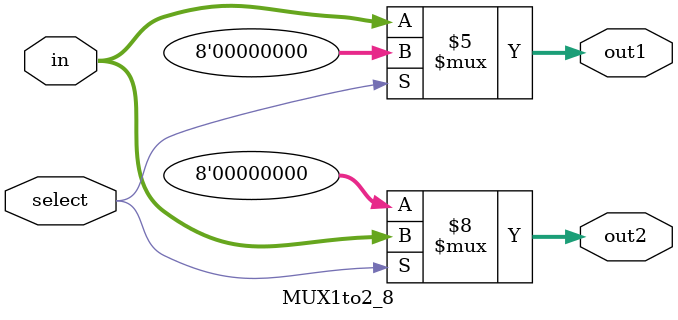
<source format=v>
module MUX1to2_8 (in,select,out1, out2);

parameter N = 8; // default width
input select;
input [N-1:0] in;
output reg [N-1:0] out1, out2;
always @(select or in) 
begin
 if (select == 1) out2 = in; else out2 = {N{1'b0}};
 if (select == 0) out1 = in; else out1 = {N{1'b0}};
end

endmodule

</source>
